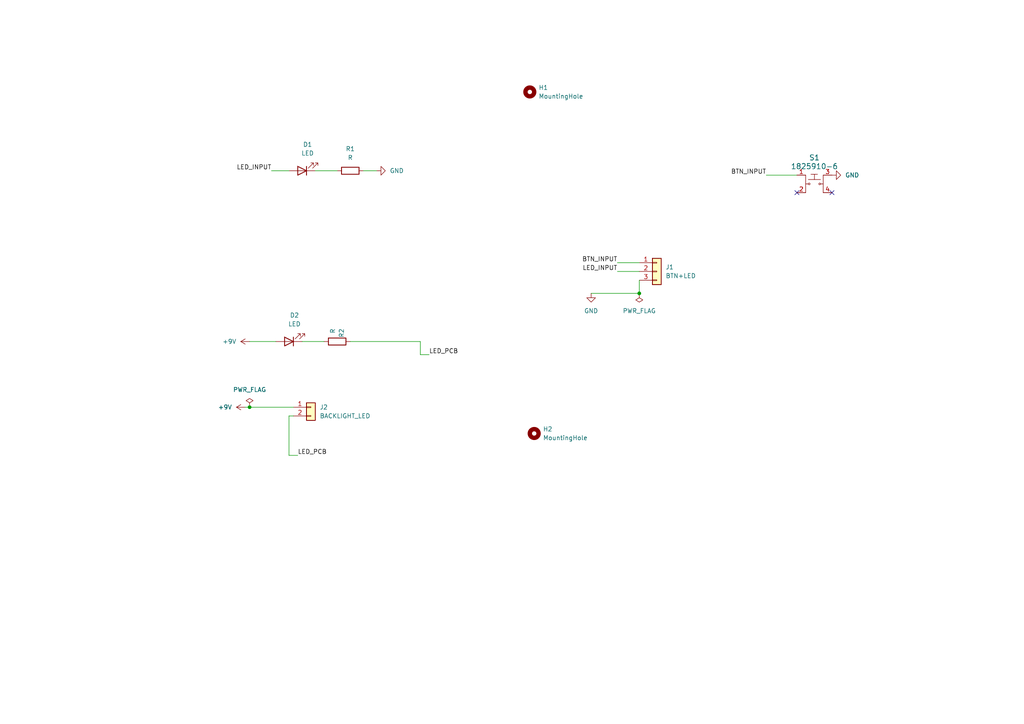
<source format=kicad_sch>
(kicad_sch (version 20231120) (generator "eeschema") (generator_version "8.0")
  (paper "A4")
  (lib_symbols
    (symbol "Connector_Generic:Conn_01x02" (pin_names (offset 1.016) hide)
      (property "Reference" "J" (at 0 2.54 0))
      (property "Value" "Conn_01x02" (at 0 -5.08 0))
      (symbol "Conn_01x02_1_1"
        (rectangle (start -1.27 -2.413) (end 0 -2.667) (stroke (width 0.1524)))
        (rectangle (start -1.27 0.127) (end 0 -0.127) (stroke (width 0.1524)))
        (rectangle (start -1.27 1.27) (end 1.27 -3.81) (stroke (width 0.254)) (fill (type background)))
        (pin passive line (at -5.08 0 0) (length 3.81) (name "Pin_1") (number "1"))
        (pin passive line (at -5.08 -2.54 0) (length 3.81) (name "Pin_2") (number "2"))
      )
    )
    (symbol "Connector_Generic:Conn_01x03" (pin_names (offset 1.016) hide)
      (property "Reference" "J" (at 0 5.08 0))
      (property "Value" "Conn_01x03" (at 0 -5.08 0))
      (symbol "Conn_01x03_1_1"
        (rectangle (start -1.27 -2.413) (end 0 -2.667) (stroke (width 0.1524)))
        (rectangle (start -1.27 0.127) (end 0 -0.127) (stroke (width 0.1524)))
        (rectangle (start -1.27 2.667) (end 0 2.413) (stroke (width 0.1524)))
        (rectangle (start -1.27 3.81) (end 1.27 -3.81) (stroke (width 0.254)) (fill (type background)))
        (pin passive line (at -5.08 2.54 0) (length 3.81) (name "Pin_1") (number "1"))
        (pin passive line (at -5.08 0 0) (length 3.81) (name "Pin_2") (number "2"))
        (pin passive line (at -5.08 -2.54 0) (length 3.81) (name "Pin_3") (number "3"))
      )
    )
    (symbol "Device:LED" (pin_numbers hide) (pin_names (offset 1.016) hide)
      (property "Reference" "D" (at 0 2.54 0))
      (property "Value" "LED" (at 0 -2.54 0))
      (symbol "LED_0_1"
        (polyline (pts (xy -1.27 -1.27) (xy -1.27 1.27)) (stroke (width 0.254)))
        (polyline (pts (xy -1.27 0) (xy 1.27 0)))
        (polyline (pts (xy 1.27 -1.27) (xy 1.27 1.27) (xy -1.27 0) (xy 1.27 -1.27)) (stroke (width 0.254)))
        (polyline (pts (xy -3.048 -0.762) (xy -4.572 -2.286) (xy -3.81 -2.286) (xy -4.572 -2.286) (xy -4.572 -1.524)))
        (polyline (pts (xy -1.778 -0.762) (xy -3.302 -2.286) (xy -2.54 -2.286) (xy -3.302 -2.286) (xy -3.302 -1.524)))
      )
      (symbol "LED_1_1"
        (pin passive line (at -3.81 0 0) (length 2.54) (name "K") (number "1"))
        (pin passive line (at 3.81 0 180) (length 2.54) (name "A") (number "2"))
      )
    )
    (symbol "Device:R" (pin_numbers hide) (pin_names (offset 0))
      (property "Reference" "R" (at 2.032 0 90))
      (property "Value" "R" (at 0 0 90))
      (symbol "R_0_1"
        (rectangle (start -1.016 -2.54) (end 1.016 2.54) (stroke (width 0.254)))
      )
      (symbol "R_1_1"
        (pin passive line (at 0 3.81 270) (length 1.27) (name "~") (number "1"))
        (pin passive line (at 0 -3.81 90) (length 1.27) (name "~") (number "2"))
      )
    )
    (symbol "Mechanical:MountingHole" (pin_names (offset 1.016))
      (property "Reference" "H" (at 0 5.08 0))
      (property "Value" "MountingHole" (at 0 3.175 0))
      (symbol "MountingHole_0_1"
        (circle (center 0 0) (radius 1.27) (stroke (width 1.27)))
      )
    )
    (symbol "dk_Tactile-Switches:1825910-6" (pin_names (offset 1.016))
      (property "Reference" "S" (at 0 4.572 0))
      (property "Value" "1825910-6" (at 0.127 -5.08 0))
      (symbol "1825910-6_0_1"
        (circle (center -1.524 0) (radius 0.254))
        (polyline (pts (xy -2.54 2.54) (xy -2.54 -2.54)))
        (polyline (pts (xy -1.778 0) (xy -2.54 0)))
        (polyline (pts (xy -1.778 1.27) (xy 1.778 1.27)))
        (polyline (pts (xy 2.54 -2.54) (xy 2.54 2.54)))
        (polyline (pts (xy 2.54 0) (xy 1.778 0)))
        (circle (center 1.524 0) (radius 0.254))
      )
      (symbol "1825910-6_1_1"
        (polyline (pts (xy -1.016 2.794) (xy 0.889 2.794)))
        (polyline (pts (xy 0 2.794) (xy 0 1.27)))
        (pin passive line (at -5.08 2.54 0) (length 2.54) (name "~") (number "1"))
        (pin passive line (at -5.08 -2.54 0) (length 2.54) (name "~") (number "2"))
        (pin passive line (at 5.08 2.54 180) (length 2.54) (name "~") (number "3"))
        (pin passive line (at 5.08 -2.54 180) (length 2.54) (name "~") (number "4"))
      )
    )
    (symbol "power:+9V" (power) (pin_names (offset 0))
      (property "Value" "+9V" (at 0 3.556 0))
      (symbol "+9V_0_1"
        (polyline (pts (xy -0.762 1.27) (xy 0 2.54)))
        (polyline (pts (xy 0 0) (xy 0 2.54)))
        (polyline (pts (xy 0 2.54) (xy 0.762 1.27)))
      )
      (symbol "+9V_1_1"
        (pin power_in line (at 0 0 90) (length 0) hide (name "+9V") (number "1"))
      )
    )
    (symbol "power:GND" (power) (pin_names (offset 0))
      (property "Value" "GND" (at 0 -3.81 0))
      (symbol "GND_0_1"
        (polyline (pts (xy 0 0) (xy 0 -1.27) (xy 1.27 -1.27) (xy 0 -2.54) (xy -1.27 -1.27) (xy 0 -1.27)))
      )
      (symbol "GND_1_1"
        (pin power_in line (at 0 0 270) (length 0) hide (name "GND") (number "1"))
      )
    )
    (symbol "power:PWR_FLAG" (power) (pin_numbers hide) (pin_names (offset 0) hide)
      (property "Value" "PWR_FLAG" (at 0 3.81 0))
      (symbol "PWR_FLAG_0_0"
        (pin power_out line (at 0 0 90) (length 0) (name "pwr") (number "1"))
      )
      (symbol "PWR_FLAG_0_1"
        (polyline (pts (xy 0 0) (xy 0 1.27) (xy -1.016 1.905) (xy 0 2.54) (xy 1.016 1.905) (xy 0 1.27)))
      )
    )
  )
  (junction (at 72.39 118.11))
  (junction (at 185.42 85.09))
  (no_connect (at 231.14 55.88))
  (no_connect (at 241.3 55.88))
  (wire (pts (xy 121.92 102.87) (xy 124.46 102.87)))
  (wire (pts (xy 83.82 120.65) (xy 85.09 120.65)))
  (wire (pts (xy 101.6 99.06) (xy 121.92 99.06)))
  (wire (pts (xy 171.45 85.09) (xy 185.42 85.09)))
  (wire (pts (xy 72.39 118.11) (xy 85.09 118.11)))
  (wire (pts (xy 72.39 99.06) (xy 80.01 99.06)))
  (wire (pts (xy 78.74 49.53) (xy 83.82 49.53)))
  (wire (pts (xy 179.07 78.74) (xy 185.42 78.74)))
  (wire (pts (xy 87.63 99.06) (xy 93.98 99.06)))
  (wire (pts (xy 71.12 118.11) (xy 72.39 118.11)))
  (wire (pts (xy 179.07 76.2) (xy 185.42 76.2)))
  (wire (pts (xy 105.41 49.53) (xy 109.22 49.53)))
  (wire (pts (xy 91.44 49.53) (xy 97.79 49.53)))
  (wire (pts (xy 83.82 120.65) (xy 83.82 132.08)))
  (wire (pts (xy 86.36 132.08) (xy 83.82 132.08)))
  (wire (pts (xy 185.42 85.09) (xy 185.42 81.28)))
  (wire (pts (xy 222.25 50.8) (xy 231.14 50.8)))
  (wire (pts (xy 121.92 99.06) (xy 121.92 102.87)))
  (label "LED_PCB" (at 86.36 132.08 0))
  (label "BTN_INPUT" (at 222.25 50.8 180))
  (label "BTN_INPUT" (at 179.07 76.2 180))
  (label "LED_INPUT" (at 179.07 78.74 180))
  (label "LED_INPUT" (at 78.74 49.53 180))
  (label "LED_PCB" (at 124.46 102.87 0))
  (symbol (lib_id "Mechanical:MountingHole") (at 154.94 125.73 0) (unit 1)
    (property "Reference" "H2" (at 157.48 124.46 0) (effects (justify left)))
    (property "Value" "MountingHole" (at 157.48 127 0) (effects (justify left)))
    (property "Footprint" "MountingHole:MountingHole_2.2mm_M2_DIN965_Pad_TopBottom" (effects (hide yes)))
  )
  (symbol (lib_id "Device:LED") (at 83.82 99.06 180) (unit 1)
    (property "Reference" "D2" (at 85.4075 91.44 0))
    (property "Value" "LED" (at 85.4075 93.98 0))
    (property "Footprint" "LED_THT:LED_D3.0mm" (effects (hide yes)))
  )
  (symbol (lib_id "Device:LED") (at 87.63 49.53 180) (unit 1)
    (property "Reference" "D1" (at 89.2175 41.91 0))
    (property "Value" "LED" (at 89.2175 44.45 0))
    (property "Footprint" "LED_THT:LED_D3.0mm" (effects (hide yes)))
  )
  (symbol (lib_id "power:PWR_FLAG") (at 72.39 118.11 0) (unit 1)
    (property "Reference" "#FLG01" (effects (hide yes)))
    (property "Value" "PWR_FLAG" (at 72.39 113.03 0))
  )
  (symbol (lib_id "Device:R") (at 97.79 99.06 270) (unit 1)
    (property "Reference" "R2" (at 99.06 95.25 0) (effects (justify left)))
    (property "Value" "R" (at 96.52 95.25 0) (effects (justify left)))
    (property "Footprint" "Resistor_THT:R_Axial_DIN0207_L6.3mm_D2.5mm_P7.62mm_Horizontal" (effects (hide yes)))
  )
  (symbol (lib_id "Connector_Generic:Conn_01x02") (at 90.17 118.11 0) (unit 1)
    (property "Reference" "J2" (at 92.71 118.11 0) (effects (justify left)))
    (property "Value" "BACKLIGHT_LED" (at 92.71 120.65 0) (effects (justify left)))
    (property "Footprint" "Connector_JST:JST_EH_B2B-EH-A_1x02_P2.50mm_Vertical" (effects (hide yes)))
  )
  (symbol (lib_id "power:+9V") (at 72.39 99.06 90) (unit 1)
    (property "Reference" "#PWR05" (effects (hide yes)))
    (property "Value" "+9V" (at 68.58 99.06 90) (effects (justify left)))
  )
  (symbol (lib_id "power:GND") (at 109.22 49.53 90) (unit 1)
    (property "Reference" "#PWR04" (effects (hide yes)))
    (property "Value" "GND" (at 113.03 49.53 90) (effects (justify right)))
  )
  (symbol (lib_id "power:GND") (at 241.3 50.8 90) (unit 1)
    (property "Reference" "#PWR03" (effects (hide yes)))
    (property "Value" "GND" (at 245.11 50.8 90) (effects (justify right)))
  )
  (symbol (lib_id "Device:R") (at 101.6 49.53 90) (unit 1)
    (property "Reference" "R1" (at 101.6 43.18 90))
    (property "Value" "R" (at 101.6 45.72 90))
    (property "Footprint" "Resistor_THT:R_Axial_DIN0207_L6.3mm_D2.5mm_P7.62mm_Horizontal" (effects (hide yes)))
  )
  (symbol (lib_id "dk_Tactile-Switches:1825910-6") (at 236.22 53.34 0) (unit 1)
    (property "Reference" "S1" (at 236.22 45.72 0) (effects (font (size 1.524 1.524))))
    (property "Value" "1825910-6" (at 236.22 48.26 0) (effects (font (size 1.524 1.524))))
    (property "Footprint" "digikey-footprints:Switch_Tactile_THT_6x6mm" (effects (hide yes)))
    (property "Datasheet" "https://www.te.com/commerce/DocumentDelivery/DDEController?Action=srchrtrv&DocNm=1825910&DocType=Customer+Drawing&DocLang=English" (effects (hide yes)))
    (property "Description" "SWITCH TACTILE SPST-NO 0.05A 24V" (effects (hide yes)))
    (property "Digi-Key_PN" "450-1650-ND" (effects (hide yes)))
    (property "MPN" "1825910-6" (effects (hide yes)))
    (property "Category" "Switches" (effects (hide yes)))
    (property "Family" "Tactile Switches" (effects (hide yes)))
    (property "DK_Datasheet_Link" "https://www.te.com/commerce/DocumentDelivery/DDEController?Action=srchrtrv&DocNm=1825910&DocType=Customer+Drawing&DocLang=English" (effects (hide yes)))
    (property "DK_Detail_Page" "/product-detail/en/te-connectivity-alcoswitch-switches/1825910-6/450-1650-ND/1632536" (effects (hide yes)))
    (property "Manufacturer" "TE Connectivity ALCOSWITCH Switches" (effects (hide yes)))
    (property "Status" "Active" (effects (hide yes)))
  )
  (symbol (lib_id "Mechanical:MountingHole") (at 153.67 26.67 0) (unit 1)
    (property "Reference" "H1" (at 156.21 25.4 0) (effects (justify left)))
    (property "Value" "MountingHole" (at 156.21 27.94 0) (effects (justify left)))
    (property "Footprint" "MountingHole:MountingHole_2.2mm_M2_DIN965_Pad_TopBottom" (effects (hide yes)))
  )
  (symbol (lib_id "power:PWR_FLAG") (at 185.42 85.09 180) (unit 1)
    (property "Reference" "#FLG02" (effects (hide yes)))
    (property "Value" "PWR_FLAG" (at 185.42 90.17 0))
  )
  (symbol (lib_id "Connector_Generic:Conn_01x03") (at 190.5 78.74 0) (unit 1)
    (property "Reference" "J1" (at 193.04 77.47 0) (effects (justify left)))
    (property "Value" "BTN+LED" (at 193.04 80.01 0) (effects (justify left)))
    (property "Footprint" "Connector_JST:JST_EH_B3B-EH-A_1x03_P2.50mm_Vertical" (effects (hide yes)))
  )
  (symbol (lib_id "power:GND") (at 171.45 85.09 0) (unit 1)
    (property "Reference" "#PWR01" (effects (hide yes)))
    (property "Value" "GND" (at 171.45 90.17 0))
  )
  (symbol (lib_id "power:+9V") (at 71.12 118.11 90) (unit 1)
    (property "Reference" "#PWR02" (effects (hide yes)))
    (property "Value" "+9V" (at 67.31 118.11 90) (effects (justify left)))
  )
)
</source>
